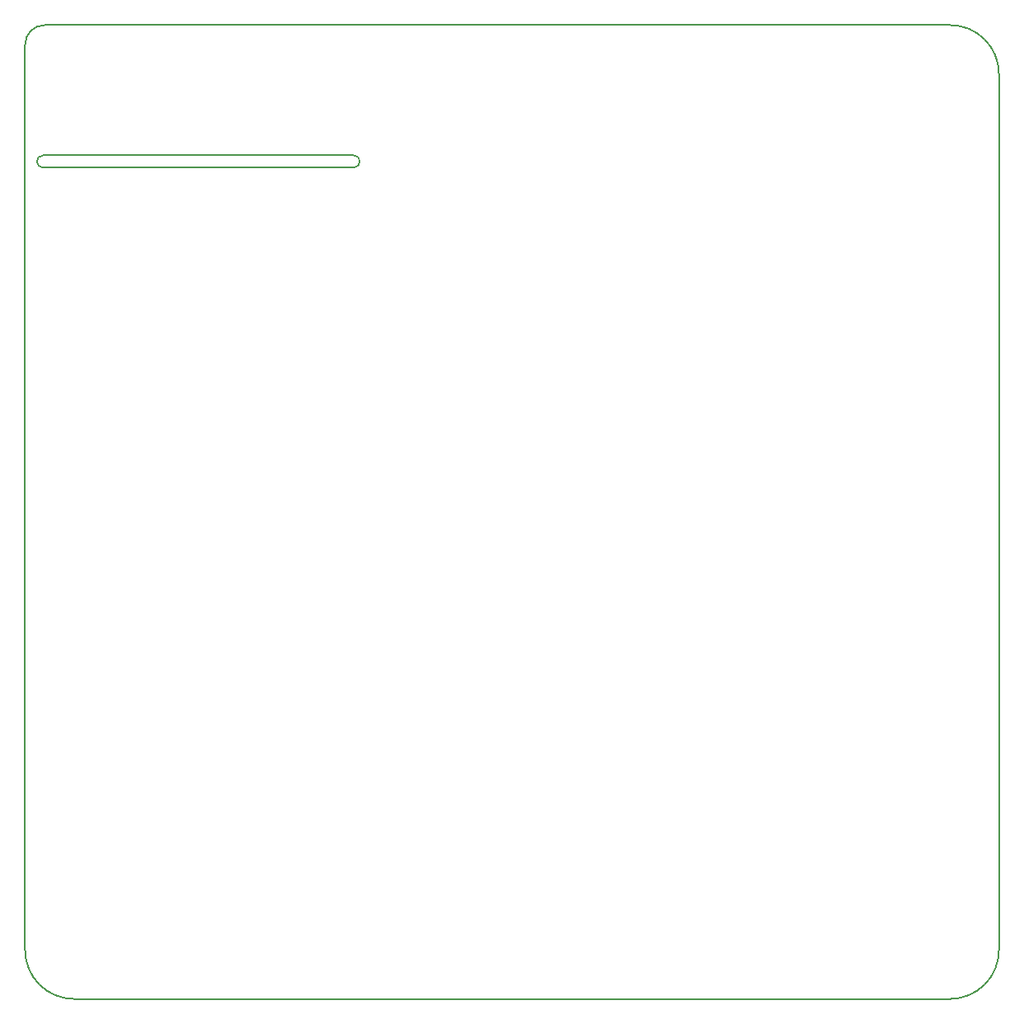
<source format=gbr>
G04 #@! TF.GenerationSoftware,KiCad,Pcbnew,5.0.2-bee76a0~70~ubuntu18.04.1*
G04 #@! TF.CreationDate,2018-12-05T13:48:36+01:00*
G04 #@! TF.ProjectId,usbhub,75736268-7562-42e6-9b69-6361645f7063,rev?*
G04 #@! TF.SameCoordinates,Original*
G04 #@! TF.FileFunction,Profile,NP*
%FSLAX46Y46*%
G04 Gerber Fmt 4.6, Leading zero omitted, Abs format (unit mm)*
G04 Created by KiCad (PCBNEW 5.0.2-bee76a0~70~ubuntu18.04.1) date 2018-12-05T13:48:36 CET*
%MOMM*%
%LPD*%
G01*
G04 APERTURE LIST*
%ADD10C,0.150000*%
G04 APERTURE END LIST*
D10*
X101854000Y-64643000D02*
X133731000Y-64643000D01*
X133731000Y-63373000D02*
X101854000Y-63373000D01*
X101854000Y-64643000D02*
G75*
G02X101854000Y-63373000I0J635000D01*
G01*
X133731000Y-63373000D02*
G75*
G02X133731000Y-64643000I0J-635000D01*
G01*
X105000000Y-150000000D02*
G75*
G02X100000000Y-145000000I0J5000000D01*
G01*
X200000000Y-145000000D02*
G75*
G02X195000000Y-150000000I-5000000J0D01*
G01*
X195000000Y-50000000D02*
G75*
G02X200000000Y-55000000I0J-5000000D01*
G01*
X100000000Y-52000000D02*
G75*
G02X102000000Y-50000000I2000000J0D01*
G01*
X100000000Y-145000000D02*
X100000000Y-52000000D01*
X195000000Y-150000000D02*
X105000000Y-150000000D01*
X200000000Y-55000000D02*
X200000000Y-145000000D01*
X102000000Y-50000000D02*
X195000000Y-50000000D01*
M02*

</source>
